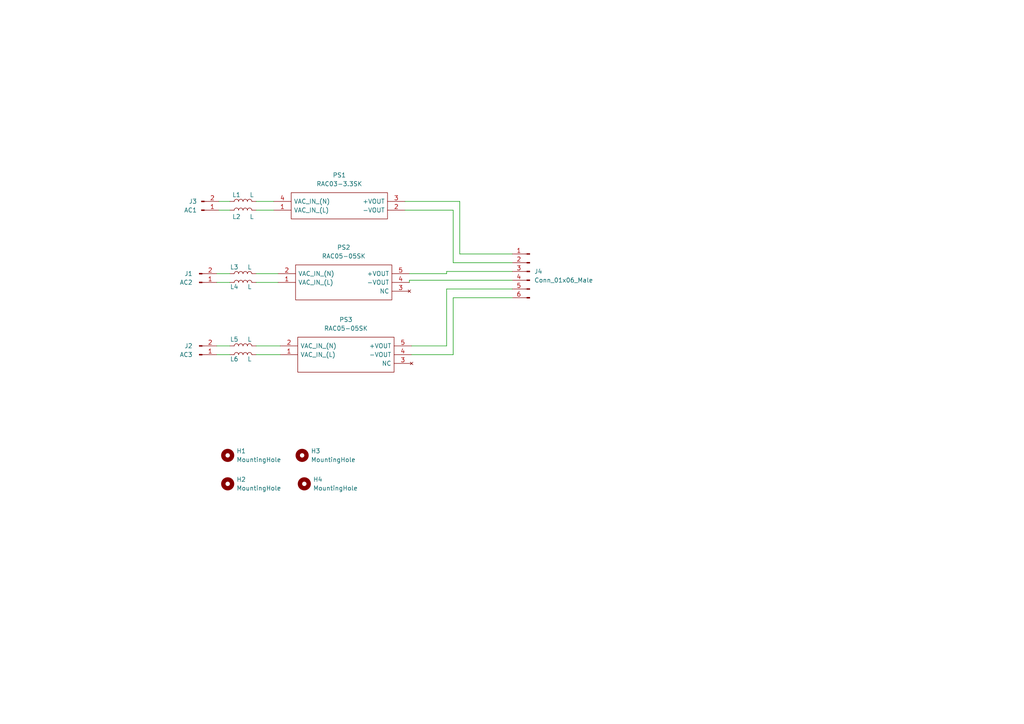
<source format=kicad_sch>
(kicad_sch (version 20211123) (generator eeschema)
  (paper "A4")
  (lib_symbols
    (symbol "Connector:Conn_01x02_Male" (pin_names (offset 1.016) hide)
      (property "Reference" "J" (at 0 2.54 0))
      (property "Value" "Conn_01x02_Male" (at 0 -5.08 0))
      (symbol "Conn_01x02_Male_1_1"
        (polyline (pts (xy 1.27 -2.54) (xy 0.8636 -2.54)) (stroke (width 0.1524)))
        (polyline (pts (xy 1.27 0) (xy 0.8636 0)) (stroke (width 0.1524)))
        (rectangle (start 0.8636 -2.413) (end 0 -2.667) (stroke (width 0.1524)) (fill (type outline)))
        (rectangle (start 0.8636 0.127) (end 0 -0.127) (stroke (width 0.1524)) (fill (type outline)))
        (pin passive line (at 5.08 0 180) (length 3.81) (name "Pin_1") (number "1"))
        (pin passive line (at 5.08 -2.54 180) (length 3.81) (name "Pin_2") (number "2"))
      )
    )
    (symbol "Connector:Conn_01x06_Male" (pin_names (offset 1.016) hide)
      (property "Reference" "J" (at 0 7.62 0))
      (property "Value" "Conn_01x06_Male" (at 0 -10.16 0))
      (symbol "Conn_01x06_Male_1_1"
        (polyline (pts (xy 1.27 -7.62) (xy 0.8636 -7.62)) (stroke (width 0.1524)))
        (polyline (pts (xy 1.27 -5.08) (xy 0.8636 -5.08)) (stroke (width 0.1524)))
        (polyline (pts (xy 1.27 -2.54) (xy 0.8636 -2.54)) (stroke (width 0.1524)))
        (polyline (pts (xy 1.27 0) (xy 0.8636 0)) (stroke (width 0.1524)))
        (polyline (pts (xy 1.27 2.54) (xy 0.8636 2.54)) (stroke (width 0.1524)))
        (polyline (pts (xy 1.27 5.08) (xy 0.8636 5.08)) (stroke (width 0.1524)))
        (rectangle (start 0.8636 -7.493) (end 0 -7.747) (stroke (width 0.1524)) (fill (type outline)))
        (rectangle (start 0.8636 -4.953) (end 0 -5.207) (stroke (width 0.1524)) (fill (type outline)))
        (rectangle (start 0.8636 -2.413) (end 0 -2.667) (stroke (width 0.1524)) (fill (type outline)))
        (rectangle (start 0.8636 0.127) (end 0 -0.127) (stroke (width 0.1524)) (fill (type outline)))
        (rectangle (start 0.8636 2.667) (end 0 2.413) (stroke (width 0.1524)) (fill (type outline)))
        (rectangle (start 0.8636 5.207) (end 0 4.953) (stroke (width 0.1524)) (fill (type outline)))
        (pin passive line (at 5.08 5.08 180) (length 3.81) (name "Pin_1") (number "1"))
        (pin passive line (at 5.08 2.54 180) (length 3.81) (name "Pin_2") (number "2"))
        (pin passive line (at 5.08 0 180) (length 3.81) (name "Pin_3") (number "3"))
        (pin passive line (at 5.08 -2.54 180) (length 3.81) (name "Pin_4") (number "4"))
        (pin passive line (at 5.08 -5.08 180) (length 3.81) (name "Pin_5") (number "5"))
        (pin passive line (at 5.08 -7.62 180) (length 3.81) (name "Pin_6") (number "6"))
      )
    )
    (symbol "Device:L" (pin_numbers hide) (pin_names (offset 1.016) hide)
      (property "Reference" "L" (at -1.27 0 90))
      (property "Value" "L" (at 1.905 0 90))
      (symbol "L_0_1"
        (arc (start 0 -2.54) (mid 0.635 -1.905) (end 0 -1.27))
        (arc (start 0 -1.27) (mid 0.635 -0.635) (end 0 0))
        (arc (start 0 0) (mid 0.635 0.635) (end 0 1.27))
        (arc (start 0 1.27) (mid 0.635 1.905) (end 0 2.54))
      )
      (symbol "L_1_1"
        (pin passive line (at 0 3.81 270) (length 1.27) (name "1") (number "1"))
        (pin passive line (at 0 -3.81 90) (length 1.27) (name "2") (number "2"))
      )
    )
    (symbol "Mechanical:MountingHole" (pin_names (offset 1.016))
      (property "Reference" "H" (at 0 5.08 0))
      (property "Value" "MountingHole" (at 0 3.175 0))
      (symbol "MountingHole_0_1"
        (circle (center 0 0) (radius 1.27) (stroke (width 1.27)))
      )
    )
    (symbol "RAC03-3.3SK:RAC03-3.3SK" (pin_names (offset 0.762))
      (property "Reference" "PS" (at 34.29 7.62 0))
      (property "Value" "RAC03-3.3SK" (at 34.29 5.08 0))
      (symbol "RAC03-3.3SK_0_0"
        (pin passive line (at 0 -2.54 0) (length 5.08) (name "VAC_IN_(L)") (number "1"))
        (pin passive line (at 38.1 -2.54 180) (length 5.08) (name "-VOUT") (number "2"))
        (pin passive line (at 38.1 0 180) (length 5.08) (name "+VOUT") (number "3"))
        (pin passive line (at 0 0 0) (length 5.08) (name "VAC_IN_(N)") (number "4"))
      )
      (symbol "RAC03-3.3SK_0_1"
        (polyline (pts (xy 5.08 2.54) (xy 33.02 2.54) (xy 33.02 -5.08) (xy 5.08 -5.08) (xy 5.08 2.54)) (stroke (width 0.1524)))
      )
    )
    (symbol "RAC05-05SK:RAC05-05SK" (pin_names (offset 0.762))
      (property "Reference" "PS" (at 34.29 7.62 0))
      (property "Value" "RAC05-05SK" (at 34.29 5.08 0))
      (symbol "RAC05-05SK_0_0"
        (pin passive line (at 0 -2.54 0) (length 5.08) (name "VAC_IN_(L)") (number "1"))
        (pin passive line (at 0 0 0) (length 5.08) (name "VAC_IN_(N)") (number "2"))
        (pin no_connect line (at 38.1 -5.08 180) (length 5.08) (name "NC") (number "3"))
        (pin passive line (at 38.1 -2.54 180) (length 5.08) (name "-VOUT") (number "4"))
        (pin passive line (at 38.1 0 180) (length 5.08) (name "+VOUT") (number "5"))
      )
      (symbol "RAC05-05SK_0_1"
        (polyline (pts (xy 5.08 2.54) (xy 33.02 2.54) (xy 33.02 -7.62) (xy 5.08 -7.62) (xy 5.08 2.54)) (stroke (width 0.1524)))
      )
    )
  )
  (wire (pts (xy 74.295 102.87) (xy 81.28 102.87)))
  (wire (pts (xy 133.35 58.42) (xy 133.35 73.66)))
  (wire (pts (xy 74.295 79.375) (xy 80.645 79.375)))
  (wire (pts (xy 63.5 60.96) (xy 66.675 60.96)))
  (wire (pts (xy 119.38 100.33) (xy 129.54 100.33)))
  (wire (pts (xy 117.475 60.96) (xy 131.445 60.96)))
  (wire (pts (xy 131.445 60.96) (xy 131.445 76.2)))
  (wire (pts (xy 74.295 60.96) (xy 79.375 60.96)))
  (wire (pts (xy 119.38 102.87) (xy 131.445 102.87)))
  (wire (pts (xy 118.745 81.28) (xy 148.59 81.28)))
  (wire (pts (xy 129.54 83.82) (xy 148.59 83.82)))
  (wire (pts (xy 118.745 79.375) (xy 129.54 79.375)))
  (wire (pts (xy 62.865 102.87) (xy 66.675 102.87)))
  (wire (pts (xy 131.445 86.36) (xy 148.59 86.36)))
  (wire (pts (xy 129.54 79.375) (xy 129.54 78.74)))
  (wire (pts (xy 62.865 100.33) (xy 66.675 100.33)))
  (wire (pts (xy 129.54 100.33) (xy 129.54 83.82)))
  (wire (pts (xy 133.35 73.66) (xy 148.59 73.66)))
  (wire (pts (xy 62.865 81.915) (xy 66.675 81.915)))
  (wire (pts (xy 129.54 78.74) (xy 148.59 78.74)))
  (wire (pts (xy 131.445 76.2) (xy 148.59 76.2)))
  (wire (pts (xy 74.295 81.915) (xy 80.645 81.915)))
  (wire (pts (xy 74.295 58.42) (xy 79.375 58.42)))
  (wire (pts (xy 118.745 81.28) (xy 118.745 81.915)))
  (wire (pts (xy 131.445 102.87) (xy 131.445 86.36)))
  (wire (pts (xy 62.865 79.375) (xy 66.675 79.375)))
  (wire (pts (xy 63.5 58.42) (xy 66.675 58.42)))
  (wire (pts (xy 74.295 100.33) (xy 81.28 100.33)))
  (wire (pts (xy 117.475 58.42) (xy 133.35 58.42)))
  (symbol (lib_id "Connector:Conn_01x02_Male") (at 58.42 60.96 0) (mirror x) (unit 1)
    (property "Reference" "J3" (at 57.15 58.4199 0) (effects (justify right)))
    (property "Value" "AC1" (at 57.15 60.9599 0) (effects (justify right)))
    (property "Footprint" "Connector_Molex:Molex_KK-396_A-41791-0002_1x02_P3.96mm_Vertical" (effects hide))
  )
  (symbol (lib_id "Device:L") (at 70.485 100.33 90) (unit 1)
    (property "Reference" "L5" (at 67.945 98.425 90))
    (property "Value" "L" (at 72.39 98.425 90))
    (property "Footprint" "Capacitor_THT:C_Rect_L7.0mm_W3.5mm_P5.00mm" (effects hide))
  )
  (symbol (lib_id "RAC05-05SK:RAC05-05SK") (at 81.28 100.33 0) (unit 1)
    (property "Reference" "PS3" (at 100.33 92.71 0))
    (property "Value" "RAC05-05SK" (at 100.33 95.25 0))
    (property "Footprint" "RAC05-05SK:RAC0505SK" (effects hide))
    (property "Description" "Recom 5W Encapsulated Switch Mode Power Supply, 1A, 5V dc" (effects hide))
    (property "Height" "17.2" (effects hide))
    (property "Mouser Part Number" "919-RAC05-05SK" (effects hide))
    (property "Mouser Price/Stock" "https://www.mouser.co.uk/ProductDetail/RECOM-Power/RAC05-05SK?qs=BZBei1rCqCAuA5d34muF0w%3D%3D" (effects hide))
    (property "Manufacturer_Name" "RECOM Power" (effects hide))
    (property "Manufacturer_Part_Number" "RAC05-05SK" (effects hide))
  )
  (symbol (lib_id "Device:L") (at 70.485 79.375 90) (unit 1)
    (property "Reference" "L3" (at 67.945 77.47 90))
    (property "Value" "L" (at 72.39 77.47 90))
    (property "Footprint" "Capacitor_THT:C_Rect_L7.0mm_W3.5mm_P5.00mm" (effects hide))
  )
  (symbol (lib_id "Connector:Conn_01x06_Male") (at 153.67 78.74 0) (mirror y) (unit 1)
    (property "Reference" "J4" (at 154.94 78.7399 0) (effects (justify right)))
    (property "Value" "Conn_01x06_Male" (at 154.94 81.2799 0) (effects (justify right)))
    (property "Footprint" "Connector_PinHeader_1.27mm:PinHeader_1x06_P1.27mm_Horizontal" (effects hide))
  )
  (symbol (lib_id "Mechanical:MountingHole") (at 88.265 140.335 90) (unit 1)
    (property "Reference" "H4" (at 90.805 139.0649 90) (effects (justify right)))
    (property "Value" "MountingHole" (at 90.805 141.6049 90) (effects (justify right)))
    (property "Footprint" "MountingHole:MountingHole_3.2mm_M3" (effects hide))
  )
  (symbol (lib_id "Mechanical:MountingHole") (at 87.63 132.08 90) (unit 1)
    (property "Reference" "H3" (at 90.17 130.8099 90) (effects (justify right)))
    (property "Value" "MountingHole" (at 90.17 133.3499 90) (effects (justify right)))
    (property "Footprint" "MountingHole:MountingHole_3.2mm_M3" (effects hide))
  )
  (symbol (lib_id "Device:L") (at 70.485 60.96 90) (unit 1)
    (property "Reference" "L2" (at 68.58 62.865 90))
    (property "Value" "L" (at 73.025 62.865 90))
    (property "Footprint" "Capacitor_THT:C_Rect_L7.0mm_W3.5mm_P5.00mm" (effects hide))
  )
  (symbol (lib_id "Connector:Conn_01x02_Male") (at 57.785 102.87 0) (mirror x) (unit 1)
    (property "Reference" "J2" (at 55.88 100.3299 0) (effects (justify right)))
    (property "Value" "AC3" (at 55.88 102.8699 0) (effects (justify right)))
    (property "Footprint" "Connector_Molex:Molex_KK-396_A-41791-0002_1x02_P3.96mm_Vertical" (effects hide))
  )
  (symbol (lib_id "Connector:Conn_01x02_Male") (at 57.785 81.915 0) (mirror x) (unit 1)
    (property "Reference" "J1" (at 55.88 79.3749 0) (effects (justify right)))
    (property "Value" "AC2" (at 55.88 81.9149 0) (effects (justify right)))
    (property "Footprint" "Connector_Molex:Molex_KK-396_A-41791-0002_1x02_P3.96mm_Vertical" (effects hide))
  )
  (symbol (lib_id "Mechanical:MountingHole") (at 66.04 132.08 90) (unit 1)
    (property "Reference" "H1" (at 68.58 130.8099 90) (effects (justify right)))
    (property "Value" "MountingHole" (at 68.58 133.3499 90) (effects (justify right)))
    (property "Footprint" "MountingHole:MountingHole_3.2mm_M3" (effects hide))
  )
  (symbol (lib_id "Device:L") (at 70.485 102.87 90) (unit 1)
    (property "Reference" "L6" (at 67.945 104.14 90))
    (property "Value" "L" (at 72.39 104.14 90))
    (property "Footprint" "Capacitor_THT:C_Rect_L7.0mm_W3.5mm_P5.00mm" (effects hide))
  )
  (symbol (lib_id "RAC03-3.3SK:RAC03-3.3SK") (at 79.375 58.42 0) (unit 1)
    (property "Reference" "PS1" (at 98.425 50.8 0))
    (property "Value" "RAC03-3.3SK" (at 98.425 53.34 0))
    (property "Footprint" "RAC03-3.3SK:RAC0305SK" (effects hide))
    (property "Datasheet" "https://recom-power.com/pdf/Powerline_AC-DC/RAC03-K.pdf" (effects hide))
    (property "Description" "AC/DC Power Modules 3W 85-264Vin 3.3Vout 900mA" (effects hide))
    (property "Height" "18.4" (effects hide))
    (property "Mouser Part Number" "919-RAC03-3.3SK" (effects hide))
    (property "Mouser Price/Stock" "https://www.mouser.co.uk/ProductDetail/RECOM-Power/RAC03-3.3SK?qs=EBDBlbfErPyS11fagCV%252BCw%3D%3D" (effects hide))
    (property "Manufacturer_Name" "RECOM Power" (effects hide))
    (property "Manufacturer_Part_Number" "RAC03-3.3SK" (effects hide))
  )
  (symbol (lib_id "RAC05-05SK:RAC05-05SK") (at 80.645 79.375 0) (unit 1)
    (property "Reference" "PS2" (at 99.695 71.755 0))
    (property "Value" "RAC05-05SK" (at 99.695 74.295 0))
    (property "Footprint" "RAC05-05SK:RAC0505SK" (effects hide))
    (property "Description" "Recom 5W Encapsulated Switch Mode Power Supply, 1A, 5V dc" (effects hide))
    (property "Height" "17.2" (effects hide))
    (property "Mouser Part Number" "919-RAC05-05SK" (effects hide))
    (property "Mouser Price/Stock" "https://www.mouser.co.uk/ProductDetail/RECOM-Power/RAC05-05SK?qs=BZBei1rCqCAuA5d34muF0w%3D%3D" (effects hide))
    (property "Manufacturer_Name" "RECOM Power" (effects hide))
    (property "Manufacturer_Part_Number" "RAC05-05SK" (effects hide))
  )
  (symbol (lib_id "Device:L") (at 70.485 81.915 90) (unit 1)
    (property "Reference" "L4" (at 67.945 83.185 90))
    (property "Value" "L" (at 72.39 83.185 90))
    (property "Footprint" "Capacitor_THT:C_Rect_L7.0mm_W3.5mm_P5.00mm" (effects hide))
  )
  (symbol (lib_id "Device:L") (at 70.485 58.42 90) (unit 1)
    (property "Reference" "L1" (at 68.58 56.515 90))
    (property "Value" "L" (at 73.025 56.515 90))
    (property "Footprint" "Capacitor_THT:C_Rect_L7.0mm_W3.5mm_P5.00mm" (effects hide))
  )
  (symbol (lib_id "Mechanical:MountingHole") (at 66.04 140.335 90) (unit 1)
    (property "Reference" "H2" (at 68.58 139.0649 90) (effects (justify right)))
    (property "Value" "MountingHole" (at 68.58 141.6049 90) (effects (justify right)))
    (property "Footprint" "MountingHole:MountingHole_3.2mm_M3" (effects hide))
  )
)
</source>
